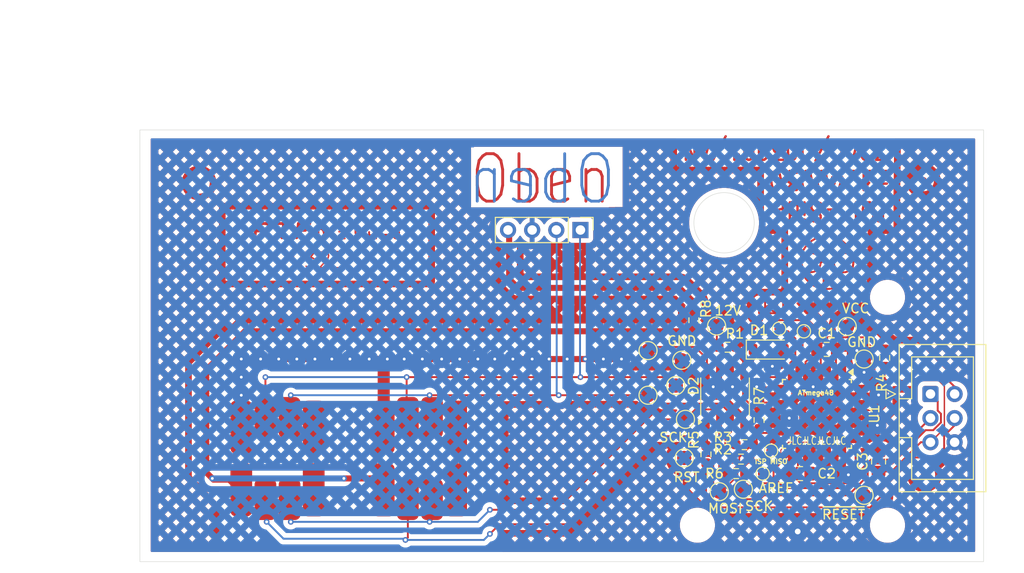
<source format=kicad_pcb>
(kicad_pcb (version 20241229) (generator "pcbnew") (generator_version "9.0")
  (layers (0 "F.Cu" signal) (2 "B.Cu" signal) (13 "F.Paste" user) (15 "B.Paste" user) (5 "F.SilkS" user "F.Silkscreen") (7 "B.SilkS" user "B.Silkscreen") (1 "F.Mask" user) (3 "B.Mask" user) (25 "Edge.Cuts" user))
  (net 0 "")
  (net 3 "GND")
  (net 4 "VCC")
  (net 7 "RST")
  (net 8 "SCK")
  (net 9 "MISO")
  (net 10 "MOSI")
  (net 11 "Net-(U1-XTAL1{slash}PB6)")
  (net 12 "Net-(U1-XTAL2{slash}PB7)")
  (net 13 "Net-(D2-I{slash}O_6)")
  (net 14 "Net-(U1-AREF)")
  (net 15 "Net-(J3-Pin_4)")
  (net 16 "ISP_RESET")
  (net 17 "ISP_MOSI")
  (net 18 "ISP_SCK")
  (net 19 "ISP_MISO")
  (net 20 "+5V")
  (footprint "Resistor_SMD:R_0603_1608Metric_Pad0.98x0.95mm_HandSolder" (layer "F.Cu") (at 116.586 61.9252 -90)
    (property "Reference" "R7")
    (property "Value" "10k")
  )
  (footprint "Resistor_SMD:R_0603_1608Metric_Pad0.98x0.95mm_HandSolder" (layer "F.Cu") (at 109.728 51.4115 -90)
    (property "Reference" "R8")
    (property "Value" "R")
  )
  (footprint "Diode_SMD:D_SOD-123" (layer "F.Cu") (at 117.602 54.5)
    (property "Reference" "D1")
    (property "Value" "500mW 4.7V")
  )
  (footprint "TestPoint:TestPoint_Pad_D1.5mm" (layer "F.Cu") (at 104.902 59.309)
    (property "Reference" "TP1" (hide yes))
    (property "Value" "MISO" (hide yes))
  )
  (footprint "TestPoint:TestPoint_Pad_D1.5mm" (layer "F.Cu") (at 125.857 52.07)
    (property "Reference" "TP16" (hide yes))
    (property "Value" "VCC")
  )
  (footprint "Resistor_SMD:R_0603_1608Metric_Pad0.98x0.95mm_HandSolder" (layer "F.Cu") (at 114.173 67.564)
    (property "Reference" "R6")
    (property "Value" "470")
  )
  (footprint "TestPoint:TestPoint_Pad_D1.0mm" (layer "F.Cu") (at 121.3 52.578)
    (property "Reference" "TP14" (hide yes))
    (property "Value" "XTAL1")
  )
  (footprint "Resistor_SMD:R_0603_1608Metric_Pad0.98x0.95mm_HandSolder" (layer "F.Cu") (at 115.062 64.516)
    (property "Reference" "R3")
    (property "Value" "470")
  )
  (footprint "Connector_PinHeader_2.54mm:PinHeader_1x04_P2.54mm_Vertical" (layer "F.Cu") (at 97.79 41.91 -90)
    (property "Reference" "J3" (hide yes))
    (property "Value" "Conn_01x04_Pin")
  )
  (footprint "TestPoint:TestPoint_Pad_D1.5mm" (layer "F.Cu") (at 127.635 69.85)
    (property "Reference" "TP13" (hide yes))
    (property "Value" "~{RESET}")
  )
  (footprint "TestPoint:TestPoint_Pad_D1.5mm" (layer "F.Cu") (at 107.823 58.293)
    (property "Reference" "TP5" (hide yes))
    (property "Value" "MOSI" (hide yes))
  )
  (footprint "TestPoint:TestPoint_Pad_D1.5mm" (layer "F.Cu") (at 104.902 54.61)
    (property "Reference" "TP7" (hide yes))
    (property "Value" "I/O6" (hide yes))
  )
  (footprint "Package_QFP:TQFP-32_7x7mm_P0.8mm" (layer "F.Cu") (at 122.676 61.282 -90)
    (property "Reference" "U1")
    (property "Value" "ATmega48")
  )
  (footprint "Fiducial:Fiducial_0.75mm_Mask2.25mm" (layer "F.Cu") (at 57.658 36.957)
    (property "Reference" "FID1" (hide yes))
    (property "Value" "Fiducial")
  )
  (footprint "MountingHole:MountingHole_3.2mm_M3" (layer "F.Cu") (at 130.1 49)
    (property "Reference" "H1" (hide yes))
    (property "Value" "MountingHole")
  )
  (footprint "MountingHole:MountingHole_3.2mm_M3" (layer "F.Cu") (at 110.1 73)
    (property "Reference" "H3" (hide yes))
    (property "Value" "MountingHole")
  )
  (footprint "Connector_IDC:IDC-Header_2x03_P2.54mm_Vertical" (layer "F.Cu") (at 134.62 59.182)
    (property "Reference" "J4" (hide yes))
    (property "Value" "Conn_02x03_Odd_Even")
  )
  (footprint "Resistor_SMD:R_0603_1608Metric_Pad0.98x0.95mm_HandSolder" (layer "F.Cu") (at 114.681 66.04)
    (property "Reference" "R2")
    (property "Value" "470")
  )
  (footprint "Resistor_SMD:R_0603_1608Metric_Pad0.98x0.95mm_HandSolder" (layer "F.Cu") (at 129.8 55.372 -90)
    (property "Reference" "R4")
    (property "Value" "470")
  )
  (footprint "Fiducial:Fiducial_0.75mm_Mask2.25mm" (layer "F.Cu") (at 133.985 67.691)
    (property "Reference" "FID3" (hide yes))
    (property "Value" "Fiducial")
  )
  (footprint "Capacitor_SMD:C_0805_2012Metric_Pad1.18x1.45mm_HandSolder" (layer "F.Cu") (at 129.159 66.294 90)
    (property "Reference" "C3")
    (property "Value" "100nF")
  )
  (footprint "TestPoint:TestPoint_Pad_D1.5mm" (layer "F.Cu") (at 108.839 61.849)
    (property "Reference" "TP9" (hide yes))
    (property "Value" "SCK")
  )
  (footprint "TestPoint:TestPoint_Pad_D1.0mm" (layer "F.Cu") (at 117.856 65.151)
    (property "Reference" "TP10" (hide yes))
    (property "Value" "ISP MISO")
  )
  (footprint "TestPoint:TestPoint_Pad_D1.5mm" (layer "F.Cu") (at 127.635 55.499)
    (property "Reference" "TP11" (hide yes))
    (property "Value" "GND")
  )
  (footprint "SIM:ZLK" (layer "F.Cu") (at 82.169 57.0845)
    (property "Reference" "J1" (hide yes))
    (property "Value" "Conn_02x04_Counter_Clockwise")
  )
  (footprint "TestPoint:TestPoint_Pad_D1.5mm" (layer "F.Cu") (at 108.458 55.626)
    (property "Reference" "TP2" (hide yes))
    (property "Value" "GND")
  )
  (footprint "TestPoint:TestPoint_Pad_D1.0mm" (layer "F.Cu") (at 118.7 52.3)
    (property "Reference" "TP15" (hide yes))
    (property "Value" "XTAL2")
  )
  (footprint "Capacitor_SMD:C_0805_2012Metric_Pad1.18x1.45mm_HandSolder" (layer "F.Cu") (at 120.904 67.564)
    (property "Reference" "C2")
    (property "Value" "100nF")
  )
  (footprint "TestPoint:TestPoint_Pad_D1.5mm" (layer "F.Cu") (at 114.935 69.215)
    (property "Reference" "TP6" (hide yes))
    (property "Value" "SCK")
  )
  (footprint "Fiducial:Fiducial_0.75mm_Mask2.25mm" (layer "F.Cu") (at 133.858 36.703)
    (property "Reference" "FID2" (hide yes))
    (property "Value" "Fiducial")
  )
  (footprint "TestPoint:TestPoint_Pad_D1.5mm" (layer "F.Cu") (at 112.395 69.469)
    (property "Reference" "TP4" (hide yes))
    (property "Value" "MOSI")
  )
  (footprint "TestPoint:TestPoint_Pad_D1.5mm" (layer "F.Cu") (at 112.1156 52.0192)
    (property "Reference" "TP8" (hide yes))
    (property "Value" "12V")
  )
  (footprint "MountingHole:MountingHole_3.2mm_M3" (layer "F.Cu") (at 130.1 73)
    (property "Reference" "H2" (hide yes))
    (property "Value" "MountingHole")
  )
  (footprint "TestPoint:TestPoint_Pad_D1.0mm" (layer "F.Cu") (at 116.967 67.564)
    (property "Reference" "TP12" (hide yes))
    (property "Value" "AREF")
  )
  (footprint "Package_SO:SO-8_3.9x4.9mm_P1.27mm" (layer "F.Cu") (at 113.0046 59.436 90)
    (property "Reference" "D2")
    (property "Value" "ESDA6V1U1")
  )
  (footprint "Resistor_SMD:R_0603_1608Metric_Pad0.98x0.95mm_HandSolder" (layer "F.Cu") (at 110.998 65.532 90)
    (property "Reference" "R5")
    (property "Value" "470")
  )
  (footprint "SIM:ZLK" (layer "F.Cu") (at 67.183 57.0845)
    (property "Reference" "J2" (hide yes))
    (property "Value" "Conn_02x04_Counter_Clockwise")
  )
  (footprint "Capacitor_SMD:C_0805_2012Metric_Pad1.18x1.45mm_HandSolder" (layer "F.Cu") (at 123.698 54.483)
    (property "Reference" "C1")
    (property "Value" "100nF")
  )
  (footprint "Resistor_SMD:R_0603_1608Metric_Pad0.98x0.95mm_HandSolder" (layer "F.Cu") (at 113.268 54.2544)
    (property "Reference" "R1")
    (property "Value" "270")
  )
  (footprint "TestPoint:TestPoint_Pad_D1.5mm" (layer "F.Cu") (at 108.712 65.913)
    (property "Reference" "TP3" (hide yes))
    (property "Value" "RST")
  )
  (gr_arc (start 124.968 46.482) (mid 123.827093 46.859583) (end 122.68947 46.472216) (stroke (width 0.2)) (layer "F.Cu"))
  (gr_circle (center 125.486206 45.339) (end 124.46 45.339) (stroke (width 0.2)) (fill no) (layer "F.Cu"))
  (gr_rect (start 116.586 49.403) (end 119.126 50.673) (stroke (width 0.2)) (fill no) (layer "F.Cu"))
  (gr_line (start 118.491 50.673) (end 118.491 49.403) (stroke (width 0.2)) (layer "F.Cu"))
  (gr_line (start 118.491 50.673) (end 117.221 50.038) (stroke (width 0.2)) (layer "F.Cu"))
  (gr_circle (center 122.057206 45.339) (end 123.063 45.339) (stroke (width 0.2)) (fill no) (layer "F.Cu"))
  (gr_line (start 125.476 44.958) (end 125.476 45.593) (stroke (width 0.2)) (layer "F.Cu"))
  (gr_arc (start 123.063 45.339001) (mid 123.760047 45.192442) (end 124.454562 45.350568) (stroke (width 0.2)) (layer "F.Cu"))
  (gr_circle (center 123.708136 45.339) (end 126.492 45.325392) (stroke (width 0.2)) (fill no) (layer "F.Cu"))
  (gr_line (start 123.825 46.863) (end 123.825 47.498) (stroke (width 0.2)) (layer "F.Cu"))
  (gr_line (start 118.491 49.403) (end 117.221 50.038) (stroke (width 0.2)) (layer "F.Cu"))
  (gr_line (start 122.047 44.958) (end 122.047 45.593) (stroke (width 0.2)) (layer "F.Cu"))
  (gr_rect (start 123.3805 46.863) (end 124.2695 47.498) (stroke (width 0.2)) (fill no) (layer "F.Cu"))
  (gr_line (start 117.221 49.403) (end 117.221 50.673) (stroke (width 0.2)) (layer "F.Cu"))
  (gr_circle (center 112.903 41.148) (end 116.078 41.148) (stroke (width 0.05)) (fill no) (layer "Edge.Cuts"))
  (gr_rect (start 51.435 31.369) (end 140.208 76.835) (stroke (width 0.05)) (fill no) (layer "Edge.Cuts"))
  (gr_text "TOP-Side" (at 130.429 38.735 180) (layer "F.Cu") (effects (font (size 2 1.7) (thickness 0.25)) (justify left bottom)))
  (gr_text "RTF" (at 62.738 42.926 0) (layer "F.Cu") (effects (font (size 1.5 2.5) (thickness 0.3) (bold yes) (italic yes)) (justify left bottom)))
  (gr_text "Oben" (at 85.979 39.497 0) (layer "F.Cu") (effects (font (size 5 4) (thickness 0.3) (bold yes)) (justify left bottom)))
  (gr_text "3240/003001/AN" (at 130.302 32.258 180) (layer "F.Cu") (effects (font (size 2 1.6) (thickness 0.25)) (justify left bottom)))
  (gr_text "0325" (at 67.183 46.101 0) (layer "F.Cu") (effects (font (size 1.7 1.5)) (justify left bottom)))
  (gr_text "D-1 94V-0" (at 69.85 42.926 0) (layer "F.Cu") (effects (font (size 1 1) (thickness 0.2) (bold yes)) (justify left bottom)))
  (gr_text "z3240030" (at 130.429 35.433 180) (layer "F.Cu") (effects (font (size 2 1.7) (thickness 0.25)) (justify left bottom)))
  (gr_text "Oben" (at 101.727 39.497 -0) (layer "B.Cu") (effects (font (size 5 4.2) (thickness 0.3) (bold yes)) (justify left bottom mirror)))
  (gr_text "JLCJLCJLCJLC" (at 119.5 64.582 0) (layer "F.SilkS") (effects (font (size 0.8 0.6) (thickness 0.1)) (justify left bottom)))
  (segment (start 116.332 59.309) (end 116.332 58.42) (width 0.2) (layer "F.Cu") (net 3))
  (segment (start 85.09 55.499) (end 86.995 55.499) (width 0.635) (layer "F.Cu") (net 3))
  (segment (start 122.276 57.032) (end 122.276 58.42) (width 0.2) (layer "F.Cu") (net 3))
  (segment (start 64.135 55.499) (end 66.04 55.499) (width 0.635) (layer "F.Cu") (net 3))
  (segment (start 129.159008 58.801008) (end 129.159008 59.282) (width 0.2) (layer "F.Cu") (net 3))
  (segment (start 129.667 60.071) (end 129.667 58.774008) (width 0.2) (layer "F.Cu") (net 3))
  (segment (start 128.778 57.785) (end 128.905 57.658) (width 0.2) (layer "F.Cu") (net 3))
  (segment (start 119.252 54.5) (end 119.252 54.61) (width 0.635) (layer "F.Cu") (net 3))
  (segment (start 71.628 55.499) (end 73.533 55.499) (width 0.635) (layer "F.Cu") (net 3))
  (segment (start 86.995 55.499) (end 88.773 55.499) (width 0.635) (layer "F.Cu") (net 3))
  (segment (start 73.533 55.499) (end 75.565 55.499) (width 0.635) (layer "F.Cu") (net 3))
  (segment (start 118.426 59.282) (end 117.194 59.282) (width 0.2) (layer "F.Cu") (net 3))
  (segment (start 126.746 54.483) (end 126.873 54.61) (width 0.2) (layer "F.Cu") (net 3))
  (segment (start 127.254 57.023) (end 127.254 57.785) (width 0.2) (layer "F.Cu") (net 3))
  (segment (start 61.849 59.309) (end 62.103004 59.309) (width 0.635) (layer "F.Cu") (net 3))
  (segment (start 129.413 57.658) (end 129.667 57.912) (width 0.2) (layer "F.Cu") (net 3))
  (segment (start 121.854 67.564) (end 121.981 67.691) (width 0.2) (layer "F.Cu") (net 3))
  (segment (start 127.635 56.896) (end 127.635 57.277) (width 0.2) (layer "F.Cu") (net 3))
  (segment (start 77.089 55.88) (end 77.47 55.499) (width 1.27) (layer "F.Cu") (net 3))
  (segment (start 129.159 62.609) (end 129.032 62.482) (width 0.2) (layer "F.Cu") (net 3))
  (segment (start 128.232 61.682) (end 129.032 62.482) (width 0.2) (layer "F.Cu") (net 3))
  (segment (start 69.85 55.499) (end 71.628 55.499) (width 0.635) (layer "F.Cu") (net 3))
  (segment (start 123.876 67.691) (end 125.984 67.691) (width 0.2) (layer "F.Cu") (net 3))
  (segment (start 124.676 54.511) (end 124.648 54.483) (width 0.2) (layer "F.Cu") (net 3))
  (segment (start 129.667 57.912) (end 129.667 58.774008) (width 0.2) (layer "F.Cu") (net 3))
  (segment (start 123.076 66.891) (end 123.876 67.691) (width 0.2) (layer "F.Cu") (net 3))
  (segment (start 119.252 54.61) (end 119.062 54.8) (width 0.635) (layer "F.Cu") (net 3))
  (segment (start 121.981 67.691) (end 123.876 67.691) (width 0.2) (layer "F.Cu") (net 3))
  (segment (start 127.635 57.277) (end 129.159008 58.801008) (width 0.2) (layer "F.Cu") (net 3))
  (segment (start 62.103 59.309004) (end 62.103004 59.309) (width 1.27) (layer "F.Cu") (net 3))
  (segment (start 67.945 55.499) (end 69.85 55.499) (width 0.635) (layer "F.Cu") (net 3))
  (segment (start 128.359008 60.082) (end 129.159008 59.282) (width 0.2) (layer "F.Cu") (net 3))
  (segment (start 129.794 63.627) (end 129.794 61.595) (width 0.2) (layer "F.Cu") (net 3))
  (segment (start 117.983 55.879) (end 117.983 56.261) (width 0.635) (layer "F.Cu") (net 3))
  (segment (start 75.565 55.499) (end 79.248 55.499) (width 0.635) (layer "F.Cu") (net 3))
  (segment (start 119.721 61.682) (end 119.761 61.722) (width 0.2) (layer "F.Cu") (net 3))
  (segment (start 110.617 58.42) (end 111.75999 58.42) (width 0.635) (layer "F.Cu") (net 3))
  (segment (start 112.3696 56.861) (end 112.3696 58.0644) (width 0.635) (layer "F.Cu") (net 3))
  (segment (start 126.926 64.082) (end 127.432 64.082) (width 0.2) (layer "F.Cu") (net 3))
  (segment (start 119.001 62.482) (end 119.761 61.722) (width 0.2) (layer "F.Cu") (net 3))
  (segment (start 125.476 65.532) (end 125.476 67.183) (width 0.2) (layer "F.Cu") (net 3))
  (segment (start 100.203 55.499) (end 102.108 55.499) (width 0.635) (layer "F.Cu") (net 3))
  (segment (start 66.04 55.499) (end 67.945 55.499) (width 0.635) (layer "F.Cu") (net 3))
  (segment (start 81.153 55.499) (end 83.185 55.499) (width 0.635) (layer "F.Cu") (net 3))
  (segment (start 62.103 55.499) (end 64.135 55.499) (width 0.635) (layer "F.Cu") (net 3))
  (segment (start 116.394 58.482) (end 116.332 58.42) (width 0.2) (layer "F.Cu") (net 3))
  (segment (start 124.676 65.532) (end 124.676 66.383) (width 0.2) (layer "F.Cu") (net 3))
  (segment (start 126.926 62.482) (end 129.032 62.482) (width 0.2) (layer "F.Cu") (net 3))
  (segment (start 96.393 55.499) (end 98.298 55.499) (width 0.635) (layer "F.Cu") (net 3))
  (segment (start 92.71 55.499) (end 94.488 55.499) (width 0.635) (layer "F.Cu") (net 3))
  (segment (start 128.359008 58.482) (end 129.159008 59.282) (width 0.2) (layer "F.Cu") (net 3))
  (segment (start 128.069 64.082) (end 128.27 63.881) (width 0.2) (layer "F.Cu") (net 3))
  (segment (start 108.585 56.388) (end 110.617 58.42) (width 0.635) (layer "F.Cu") (net 3))
  (segment (start 124.648 54.483) (end 126.238 54.483) (width 0.2) (layer "F.Cu") (net 3))
  (segment (start 125.476 55.311) (end 124.648 54.483) (width 0.2) (layer "F.Cu") (net 3))
  (segment (start 117.983 56.261) (end 118.872 56.261) (width 0.635) (layer "F.Cu") (net 3))
  (segment (start 79.248 55.499) (end 81.153 55.499) (width 0.635) (layer "F.Cu") (net 3))
  (segment (start 77.089 62.6725) (end 77.089 55.88) (width 1.27) (layer "F.Cu") (net 3))
  (segment (start 126.238 54.483) (end 126.238 56.642) (width 0.2) (layer "F.Cu") (net 3))
  (segment (start 126.926 61.682) (end 128.232 61.682) (width 0.2) (layer "F.Cu") (net 3))
  (segment (start 83.185 55.499) (end 85.09 55.499) (width 0.635) (layer "F.Cu") (net 3))
  (segment (start 118.426 60.882) (end 118.921 60.882) (width 0.2) (layer "F.Cu") (net 3))
  (segment (start 121.476 65.532) (end 121.476 67.186) (width 0.2) (layer "F.Cu") (net 3))
  (segment (start 102.997 56.388) (end 107.696 56.388) (width 0.635) (layer "F.Cu") (net 3))
  (segment (start 128.905 57.658) (end 129.413 57.658) (width 0.2) (layer "F.Cu") (net 3))
  (segment (start 98.298 55.499) (end 100.203 55.499) (width 0.635) (layer "F.Cu") (net 3))
  (segment (start 128.408 60.082) (end 128.524 60.198) (width 0.2) (layer "F.Cu") (net 3))
  (segment (start 127.635 55.499) (end 127.635 56.896) (width 0.2) (layer "F.Cu") (net 3))
  (segment (start 125.476 57.032) (end 125.476 55.311) (width 0.2) (layer "F.Cu") (net 3))
  (segment (start 123.825 55.88) (end 124.648 55.057) (width 0.2) (layer "F.Cu") (net 3))
  (segment (start 118.426 58.482) (end 116.394 58.482) (width 0.2) (layer "F.Cu") (net 3))
  (segment (start 118.426 62.482) (end 119.001 62.482) (width 0.2) (layer "F.Cu") (net 3))
  (segment (start 128.359008 60.082) (end 128.408 60.082) (width 0.2) (layer "F.Cu") (net 3))
  (segment (start 75.565 55.499) (end 77.47 55.499) (width 0.635) (layer "F.Cu") (net 3))
  (segment (start 118.921 60.882) (end 119.761 61.722) (width 0.2) (layer "F.Cu") (net 3))
  (segment (start 126.926 63.282) (end 128.232 63.282) (width 0.2) (layer "F.Cu") (net 3))
  (segment (start 127.635 55.499) (end 126.873 54.737) (width 0.2) (layer "F.Cu") (net 3))
  (segment (start 126.238 54.483) (end 126.746 54.483) (width 0.2) (layer "F.Cu") (net 3))
  (segment (start 126.926 58.482) (end 128.359008 58.482) (width 0.2) (layer "F.Cu") (net 3))
  (segment (start 112.014 58.42) (end 111.75999 58.42) (width 0.635) (layer "F.Cu") (net 3))
  (segment (start 123.876 55.931) (end 123.825 55.88) (width 0.2) (layer "F.Cu") (net 3))
  (segment (start 62.103 57.404) (end 62.103 55.499) (width 0.635) (layer "F.Cu") (net 3))
  (segment (start 128.232 63.282) (end 129.032 62.482) (width 0.2) (layer "F.Cu") (net 3))
  (segment (start 90.678 55.499) (end 92.71 55.499) (width 0.635) (layer "F.Cu") (net 3))
  (segment (start 123.876 57.032) (end 123.876 55.931) (width 0.2) (layer "F.Cu") (net 3))
  (segment (start 128.524 60.198) (end 129.54 60.198) (width 0.2) (layer "F.Cu") (net 3))
  (segment (start 107.696 56.388) (end 108.458 55.626) (width 0.635) (layer "F.Cu") (net 3))
  (segment (start 124.648 55.057) (end 124.648 54.483) (width 0.2) (layer "F.Cu") (net 3))
  (segment (start 113.792 58.42) (end 113.284 58.42) (width 0.635) (layer "F.Cu") (net 3))
  (segment (start 112.014 58.42) (end 113.284 58.42) (width 0.635) (layer "F.Cu") (net 3))
  (segment (start 124.676 57.032) (end 124.676 54.511) (width 0.2) (layer "F.Cu") (net 3))
  (segment (start 129.794 61.595) (end 128.319 61.595) (width 0.2) (layer "F.Cu") (net 3))
  (segment (start 128.27 63.881) (end 129.032 63.119) (width 0.2) (layer "F.Cu") (net 3))
  (segment (start 127.254 57.785) (end 128.778 57.785) (width 0.2) (layer "F.Cu") (net 3))
  (segment (start 94.488 55.499) (end 96.393 55.499) (width 0.635) (layer "F.Cu") (net 3))
  (segment (start 127.635 56.896) (end 128.143 56.896) (width 0.2) (layer "F.Cu") (net 3))
  (segment (start 113.6396 58.267588) (end 113.792012 58.42) (width 0.635) (layer "F.Cu") (net 3))
  (segment (start 128.319 61.595) (end 128.232 61.682) (width 0.2) (layer "F.Cu") (net 3))
  (segment (start 102.108 55.499) (end 102.997 56.388) (width 0.635) (layer "F.Cu") (net 3))
  (segment (start 121.476 67.186) (end 121.854 67.564) (width 0.2) (layer "F.Cu") (net 3))
  (segment (start 129.032 63.119) (end 129.032 62.482) (width 0.2) (layer "F.Cu") (net 3))
  (segment (start 128.143 56.896) (end 128.905 57.658) (width 0.2) (layer "F.Cu") (net 3))
  (segment (start 124.676 66.383) (end 125.984 67.691) (width 0.2) (layer "F.Cu") (net 3))
  (segment (start 119.252 54.61) (end 117.983 55.879) (width 0.635) (layer "F.Cu") (net 3))
  (segment (start 129.159 65.344) (end 129.159 62.609) (width 0.2) (layer "F.Cu") (net 3))
  (segment (start 88.773 55.499) (end 90.678 55.499) (width 0.635) (layer "F.Cu") (net 3))
  (segment (start 125.476 67.183) (end 125.984 67.691) (width 0.2) (layer "F.Cu") (net 3))
  (segment (start 123.076 65.532) (end 123.076 66.891) (width 0.2) (layer "F.Cu") (net 3))
  (segment (start 123.876 65.532) (end 123.876 67.691) (width 0.2) (layer "F.Cu") (net 3))
  (segment (start 129.667 58.774008) (end 129.159008 59.282) (width 0.2) (layer "F.Cu") (net 3))
  (segment (start 128.27 63.881) (end 129.54 63.881) (width 0.2) (layer "F.Cu") (net 3))
  (segment (start 126.873 56.642) (end 127.254 57.023) (width 0.2) (layer "F.Cu") (net 3))
  (segment (start 129.54 60.198) (end 129.667 60.071) (width 0.2) (layer "F.Cu") (net 3))
  (segment (start 126.926 60.082) (end 128.359008 60.082) (width 0.2) (layer "F.Cu") (net 3))
  (segment (start 126.238 56.642) (end 126.873 56.642) (width 0.2) (layer "F.Cu") (net 3))
  (segment (start 62.103004 59.309) (end 62.103004 57.404004) (width 0.635) (layer "F.Cu") (net 3))
  (segment (start 126.873 54.737) (end 126.873 54.61) (width 0.2) (layer "F.Cu") (net 3))
  (segment (start 127.432 64.082) (end 129.032 62.482) (width 0.2) (layer "F.Cu") (net 3))
  (segment (start 62.103004 57.404004) (end 62.103 57.404) (width 0.635) (layer "F.Cu") (net 3))
  (segment (start 118.426 60.082) (end 117.105 60.082) (width 0.2) (layer "F.Cu") (net 3))
  (segment (start 126.926 59.282) (end 129.159008 59.282) (width 0.2) (layer "F.Cu") (net 3))
  (segment (start 118.426 61.682) (end 119.721 61.682) (width 0.2) (layer "F.Cu") (net 3))
  (segment (start 113.6396 56.861) (end 113.6396 58.267588) (width 0.635) (layer "F.Cu") (net 3))
  (segment (start 129.54 63.881) (end 129.794 63.627) (width 0.2) (layer "F.Cu") (net 3))
  (segment (start 112.3696 58.0644) (end 112.014 58.42) (width 0.635) (layer "F.Cu") (net 3))
  (segment (start 126.926 64.082) (end 128.069 64.082) (width 0.2) (layer "F.Cu") (net 3))
  (segment (start 62.103 62.865) (end 62.103 59.309004) (width 1.27) (layer "F.Cu") (net 3))
  (segment (start 117.105 60.082) (end 116.332 59.309) (width 0.2) (layer "F.Cu") (net 3))
  (segment (start 117.194 59.282) (end 116.332 58.42) (width 0.2) (layer "F.Cu") (net 3))
  (via (at 123.876 67.691) (size 0.6) (drill 0.3) (layers "F.Cu" "B.Cu") (net 3))
  (via (at 90.678 55.499) (size 0.6) (drill 0.3) (layers "F.Cu" "B.Cu") (net 3))
  (via (at 120.65 73.66) (size 2) (drill 0.6) (layers "F.Cu" "B.Cu") (net 3))
  (via (at 62.103004 59.309) (size 0.6) (drill 0.3) (layers "F.Cu" "B.Cu") (net 3))
  (via (at 129.159008 59.282) (size 0.6) (drill 0.3) (layers "F.Cu" "B.Cu") (net 3))
  (via (at 92.71 55.499) (size 0.6) (drill 0.3) (layers "F.Cu" "B.Cu") (net 3))
  (via (at 81.153 55.499) (size 0.6) (drill 0.3) (layers "F.Cu" "B.Cu") (net 3))
  (via (at 126.873 54.61) (size 0.6) (drill 0.3) (layers "F.Cu" "B.Cu") (net 3))
  (via (at 125.984 67.691) (size 0.6) (drill 0.3) (layers "F.Cu" "B.Cu") (net 3))
  (via (at 98.298 55.499) (size 0.6) (drill 0.3) (layers "F.Cu" "B.Cu") (net 3))
  (via (at 117.983 56.261) (size 0.6) (drill 0.3) (layers "F.Cu" "B.Cu") (net 3))
  (via (at 113.792012 58.42) (size 0.6) (drill 0.3) (layers "F.Cu" "B.Cu") (net 3))
  (via (at 79.248 55.499) (size 0.6) (drill 0.3) (layers "F.Cu" "B.Cu") (net 3))
  (via (at 67.945 55.499) (size 0.6) (drill 0.3) (layers "F.Cu" "B.Cu") (net 3))
  (via (at 62.103 57.404) (size 0.6) (drill 0.3) (layers "F.Cu" "B.Cu") (net 3))
  (via (at 62.103 55.499) (size 0.6) (drill 0.3) (layers "F.Cu" "B.Cu") (net 3))
  (via (at 119.761 61.722) (size 0.6) (drill 0.3) (layers "F.Cu" "B.Cu") (net 3))
  (via (at 75.565 55.499) (size 0.6) (drill 0.3) (layers "F.Cu" "B.Cu") (net 3))
  (via (at 66.04 55.499) (size 0.6) (drill 0.3) (layers "F.Cu" "B.Cu") (net 3))
  (via (at 111.75999 58.42) (size 0.6) (drill 0.3) (layers "F.Cu" "B.Cu") (net 3))
  (via (at 64.135 55.499) (size 0.6) (drill 0.3) (layers "F.Cu" "B.Cu") (net 3))
  (via (at 69.85 55.499) (size 0.6) (drill 0.3) (layers "F.Cu" "B.Cu") (net 3))
  (via (at 116.332 58.42) (size 0.6) (drill 0.3) (layers "F.Cu" "B.Cu") (net 3))
  (via (at 129.032 62.482) (size 0.6) (drill 0.3) (layers "F.Cu" "B.Cu") (net 3))
  (via (at 88.773 55.499) (size 0.6) (drill 0.3) (layers "F.Cu" "B.Cu") (net 3))
  (via (at 100.203 55.499) (size 0.6) (drill 0.3) (layers "F.Cu" "B.Cu") (net 3))
  (via (at 122.276 58.42) (size 0.6) (drill 0.3) (layers "F.Cu" "B.Cu") (net 3))
  (via (at 94.488 55.499) (size 0.6) (drill 0.3) (layers "F.Cu" "B.Cu") (net 3))
  (via (at 77.47 55.499) (size 0.6) (drill 0.3) (layers "F.Cu" "B.Cu") (net 3))
  (via (at 96.393 55.499) (size 0.6) (drill 0.3) (layers "F.Cu" "B.Cu") (net 3))
  (via (at 71.628 55.499) (size 0.6) (drill 0.3) (layers "F.Cu" "B.Cu") (net 3))
  (via (at 127.635 56.896) (size 0.6) (drill 0.3) (layers "F.Cu" "B.Cu") (net 3))
  (via (at 83.185 55.499) (size 0.6) (drill 0.3) (layers "F.Cu" "B.Cu") (net 3))
  (via (at 73.533 55.499) (size 0.6) (drill 0.3) (layers "F.Cu" "B.Cu") (net 3))
  (via (at 102.108 55.499) (size 0.6) (drill 0.3) (layers "F.Cu" "B.Cu") (net 3))
  (via (at 86.995 55.499) (size 0.6) (drill 0.3) (layers "F.Cu" "B.Cu") (net 3))
  (via (at 85.09 55.499) (size 0.6) (drill 0.3) (layers "F.Cu" "B.Cu") (net 3))
  (segment (start 126.111 68.58) (end 126.746 67.945) (width 0.2) (layer "F.Cu") (net 4))
  (segment (start 114.9096 59.5376) (end 116.332 60.96) (width 0.2) (layer "F.Cu") (net 4))
  (segment (start 128.397 53.213) (end 126.111 53.213) (width 0.2) (layer "F.Cu") (net 4))
  (segment (start 125.857 53.213) (end 123.825 53.213) (width 0.2) (layer "F.Cu") (net 4))
  (segment (start 126.746 67.945) (end 126.746 65.352) (width 0.2) (layer "F.Cu") (net 4))
  (segment (start 129.8 54.4595) (end 129.5695 54.229) (width 0.2) (layer "F.Cu") (net 4))
  (segment (start 129.413 54.229) (end 128.397 53.213) (width 0.2) (layer "F.Cu") (net 4))
  (segment (start 118.145 51.4) (end 115.952 53.593) (width 0.2) (layer "F.Cu") (net 4))
  (segment (start 114.9096 55.7276) (end 114.1965 55.0145) (width 0.2) (layer "F.Cu") (net 4))
  (segment (start 120.97 68.58) (end 126.111 68.58) (width 0.2) (layer "F.Cu") (net 4))
  (segment (start 114.9096 56.861) (end 114.9096 55.7276) (width 0.2) (layer "F.Cu") (net 4))
  (segment (start 123.076 54.811) (end 122.748 54.483) (width 0.2) (layer "F.Cu") (net 4))
  (segment (start 115.952 54.482) (end 115.952 54.5) (width 0.2) (layer "F.Cu") (net 4))
  (segment (start 125.857 52.07) (end 125.984 52.197) (width 0.2) (layer "F.Cu") (net 4))
  (segment (start 121.476 57.032) (end 121.476 55.816) (width 0.2) (layer "F.Cu") (net 4))
  (segment (start 126.111 53.213) (end 125.984 53.086) (width 0.2) (layer "F.Cu") (net 4))
  (segment (start 114.1965 55.0145) (end 114.1965 54.229) (width 0.2) (layer "F.Cu") (net 4))
  (segment (start 122.748 54.29) (end 122.748 54.483) (width 0.2) (layer "F.Cu") (net 4))
  (segment (start 114.1965 54.229) (end 114.4505 53.975) (width 0.5) (layer "F.Cu") (net 4))
  (segment (start 126.746 65.352) (end 118.798 57.404) (width 0.2) (layer "F.Cu") (net 4))
  (segment (start 133.1995 54.4595) (end 129.8 54.4595) (width 0.2) (layer "F.Cu") (net 4))
  (segment (start 114.9096 56.861) (end 114.9096 59.5376) (width 0.2) (layer "F.Cu") (net 4))
  (segment (start 121.476 55.816) (end 122.748 54.544) (width 0.2) (layer "F.Cu") (net 4))
  (segment (start 119.954 67.564) (end 120.97 68.58) (width 0.2) (layer "F.Cu") (net 4))
  (segment (start 118.798 57.404) (end 117.094 57.404) (width 0.2) (layer "F.Cu") (net 4))
  (segment (start 115.317 53.975) (end 115.842 54.5) (width 0.5) (layer "F.Cu") (net 4))
  (segment (start 117.094 57.404) (end 115.952 56.262) (width 0.2) (layer "F.Cu") (net 4))
  (segment (start 114.4505 53.975) (end 115.317 53.975) (width 0.5) (layer "F.Cu") (net 4))
  (segment (start 120.676 65.532) (end 120.676 66.842) (width 0.2) (layer "F.Cu") (net 4))
  (segment (start 120.676 66.842) (end 119.954 67.564) (width 0.2) (layer "F.Cu") (net 4))
  (segment (start 129.5695 54.229) (end 129.413 54.229) (width 0.2) (layer "F.Cu") (net 4))
  (segment (start 122.748 52.39) (end 121.758 51.4) (width 0.2) (layer "F.Cu") (net 4))
  (segment (start 121.758 51.4) (end 118.145 51.4) (width 0.2) (layer "F.Cu") (net 4))
  (segment (start 122.748 54.483) (end 122.748 52.39) (width 0.2) (layer "F.Cu") (net 4))
  (segment (start 125.984 52.197) (end 125.984 53.086) (width 0.2) (layer "F.Cu") (net 4))
  (segment (start 115.952 53.593) (end 115.952 54.5) (width 0.2) (layer "F.Cu") (net 4))
  (segment (start 123.825 53.213) (end 122.748 54.29) (width 0.2) (layer "F.Cu") (net 4))
  (segment (start 115.952 56.262) (end 115.952 54.5) (width 0.2) (layer "F.Cu") (net 4))
  (segment (start 137.16 58.42) (end 133.1995 54.4595) (width 0.2) (layer "F.Cu") (net 4))
  (segment (start 115.842 54.5) (end 115.952 54.5) (width 0.5) (layer "F.Cu") (net 4))
  (segment (start 125.984 53.086) (end 125.857 53.213) (width 0.2) (layer "F.Cu") (net 4))
  (segment (start 123.076 57.032) (end 123.076 54.811) (width 0.2) (layer "F.Cu") (net 4))
  (segment (start 122.748 54.544) (end 122.748 54.483) (width 0.2) (layer "F.Cu") (net 4))
  (segment (start 109.347 63.627) (end 105.537 63.627) (width 0.2) (layer "F.Cu") (net 7))
  (segment (start 64.643 70.2925) (end 64.643 72.517) (width 0.2) (layer "F.Cu") (net 7))
  (segment (start 96.266 72.898) (end 89.281 72.898) (width 0.2) (layer "F.Cu") (net 7))
  (segment (start 79.629 70.2925) (end 79.629 74.295) (width 0.2) (layer "F.Cu") (net 7))
  (segment (start 79.629 74.295) (end 79.375 74.549) (width 0.2) (layer "F.Cu") (net 7))
  (segment (start 111.125 63.5) (end 111.125 64.4925) (width 0.2) (layer "F.Cu") (net 7))
  (segment (start 110.109 62.865) (end 109.347 63.627) (width 0.2) (layer "F.Cu") (net 7))
  (segment (start 108.712 65.913) (end 108.7755 65.913) (width 0.2) (layer "F.Cu") (net 7))
  (segment (start 89.281 72.898) (end 88.265 73.914) (width 0.2) (layer "F.Cu") (net 7))
  (segment (start 111.125 63.5) (end 111.125 62.992) (width 0.2) (layer "F.Cu") (net 7))
  (segment (start 108.7755 65.913) (end 110.069 64.6195) (width 0.2) (layer "F.Cu") (net 7))
  (segment (start 110.069 64.6195) (end 110.998 64.6195) (width 0.2) (layer "F.Cu") (net 7))
  (segment (start 111.125 62.992) (end 110.998 62.865) (width 0.2) (layer "F.Cu") (net 7))
  (segment (start 111.125 63.5) (end 111.125 62.0364) (width 0.2) (layer "F.Cu") (net 7))
  (segment (start 110.998 62.865) (end 110.109 62.865) (width 0.2) (layer "F.Cu") (net 7))
  (segment (start 111.125 64.4925) (end 110.998 64.6195) (width 0.2) (layer "F.Cu") (net 7))
  (segment (start 64.643 72.517) (end 64.77 72.644) (width 0.2) (layer "F.Cu") (net 7))
  (segment (start 105.537 63.627) (end 96.266 72.898) (width 0.2) (layer "F.Cu") (net 7))
  (segment (start 111.125 62.0364) (end 111.0996 62.011) (width 0.2) (layer "F.Cu") (net 7))
  (via (at 79.375 74.549) (size 0.6) (drill 0.3) (layers "F.Cu" "B.Cu") (net 7))
  (via (at 88.265 73.914) (size 0.6) (drill 0.3) (layers "F.Cu" "B.Cu") (net 7))
  (via (at 64.77 72.644) (size 0.6) (drill 0.3) (layers "F.Cu" "B.Cu") (net 7))
  (segment (start 79.375 74.549) (end 79.248 74.422) (width 0.2) (layer "B.Cu") (net 7))
  (segment (start 87.63 74.549) (end 88.265 73.914) (width 0.2) (layer "B.Cu") (net 7))
  (segment (start 79.248 74.422) (end 66.548 74.422) (width 0.2) (layer "B.Cu") (net 7))
  (segment (start 66.548 74.422) (end 64.77 72.644) (width 0.2) (layer "B.Cu") (net 7))
  (segment (start 79.375 74.549) (end 87.63 74.549) (width 0.2) (layer "B.Cu") (net 7))
  (segment (start 112.395 67.056) (end 112.395 62.0364) (width 0.2) (layer "F.Cu") (net 8))
  (segment (start 113.2605 67.818) (end 113.157 67.818) (width 0.2) (layer "F.Cu") (net 8))
  (segment (start 82.169 70.2925) (end 82.169 72.39) (width 0.2) (layer "F.Cu") (net 8))
  (segment (start 109.887 60.801) (end 111.855 60.801) (width 0.2) (layer "F.Cu") (net 8))
  (segment (start 108.839 61.849) (end 109.887 60.801) (width 0.2) (layer "F.Cu") (net 8))
  (segment (start 108.839 61.849) (end 105.791 61.849) (width 0.2) (layer "F.Cu") (net 8))
  (segment (start 112.3696 61.3156) (end 112.3696 62.011) (width 0.2) (layer "F.Cu") (net 8))
  (segment (start 67.183 70.2925) (end 67.183 72.517) (width 0.2) (layer "F.Cu") (net 8))
  (segment (start 111.855 60.801) (end 112.3696 61.3156) (width 0.2) (layer "F.Cu") (net 8))
  (segment (start 82.169 72.39) (end 81.915 72.644) (width 0.2) (layer "F.Cu") (net 8))
  (segment (start 96.266 71.374) (end 88.265 71.374) (width 0.2) (layer "F.Cu") (net 8))
  (segment (start 105.791 61.849) (end 96.266 71.374) (width 0.2) (layer "F.Cu") (net 8))
  (segment (start 112.395 62.0364) (end 112.3696 62.011) (width 0.2) (layer "F.Cu") (net 8))
  (segment (start 67.183 72.517) (end 67.31 72.644) (width 0.2) (layer "F.Cu") (net 8))
  (segment (start 113.157 67.818) (end 112.395 67.056) (width 0.2) (layer "F.Cu") (net 8))
  (via (at 67.31 72.644) (size 0.6) (drill 0.3) (layers "F.Cu" "B.Cu") (net 8))
  (via (at 88.265 71.374) (size 0.6) (drill 0.3) (layers "F.Cu" "B.Cu") (net 8))
  (via (at 81.915 72.644) (size 0.6) (drill 0.3) (layers "F.Cu" "B.Cu") (net 8))
  (segment (start 81.915 72.644) (end 86.995 72.644) (width 0.2) (layer "B.Cu") (net 8))
  (segment (start 86.995 72.644) (end 88.265 71.374) (width 0.2) (layer "B.Cu") (net 8))
  (segment (start 67.31 72.644) (end 81.915 72.644) (width 0.2) (layer "B.Cu") (net 8))
  (segment (start 113.6396 63.1444) (end 113.6396 62.011) (width 0.2) (layer "F.Cu") (net 9))
  (segment (start 106.426 60.198) (end 112.522 60.198) (width 0.2) (layer "F.Cu") (net 9))
  (segment (start 113.03 63.754) (end 113.6396 63.1444) (width 0.2) (layer "F.Cu") (net 9))
  (segment (start 113.7685 66.167) (end 113.03 65.4285) (width 0.2) (layer "F.Cu") (net 9))
  (segment (start 81.915 61.4025) (end 81.915 59.309) (width 0.2) (layer "F.Cu") (net 9))
  (segment (start 113.6396 61.3156) (end 113.6396 62.011) (width 0.2) (layer "F.Cu") (net 9))
  (segment (start 104.902 59.309) (end 105.537 59.309) (width 0.2) (layer "F.Cu") (net 9))
  (segment (start 113.03 65.4285) (end 113.03 63.754) (width 0.2) (layer "F.Cu") (net 9))
  (segment (start 95.504 59.309) (end 104.902 59.309) (width 0.2) (layer "F.Cu") (net 9))
  (segment (start 112.522 60.198) (end 113.6396 61.3156) (width 0.2) (layer "F.Cu") (net 9))
  (segment (start 67.183 61.6565) (end 67.183 59.436) (width 0.2) (layer "F.Cu") (net 9))
  (segment (start 67.183 59.436) (end 67.31 59.309) (width 0.2) (layer "F.Cu") (net 9))
  (segment (start 82.169 61.6565) (end 81.915 61.4025) (width 0.2) (layer "F.Cu") (net 9))
  (segment (start 81.915 59.309) (end 95.504 59.309) (width 0.2) (layer "F.Cu") (net 9))
  (segment (start 105.537 59.309) (end 106.426 60.198) (width 0.2) (layer "F.Cu") (net 9))
  (via (at 81.915 59.309) (size 0.6) (drill 0.3) (layers "F.Cu" "B.Cu") (net 9))
  (via (at 67.31 59.309) (size 0.6) (drill 0.3) (layers "F.Cu" "B.Cu") (net 9))
  (via (at 95.504 59.309) (size 0.6) (drill 0.3) (layers "F.Cu" "B.Cu") (net 9))
  (segment (start 81.915 59.309) (end 67.31 59.309) (width 0.2) (layer "B.Cu") (net 9))
  (segment (start 95.29 59.095) (end 95.504 59.309) (width 0.2) (layer "B.Cu") (net 9))
  (segment (start 95.29 41.91) (end 95.29 59.095) (width 0.2) (layer "B.Cu") (net 9))
  (segment (start 113.999 64.309) (end 114.9096 63.3984) (width 0.2) (layer "F.Cu") (net 10))
  (segment (start 114.9096 61.319824) (end 114.9096 62.011) (width 0.2) (layer "F.Cu") (net 10))
  (segment (start 79.629 61.6565) (end 79.502 61.5295) (width 0.2) (layer "F.Cu") (net 10))
  (segment (start 64.643 61.6565) (end 64.643 57.404) (width 0.2) (layer "F.Cu") (net 10))
  (segment (start 97.79 57.404) (end 106.934 57.404) (width 0.2) (layer "F.Cu") (net 10))
  (segment (start 106.934 57.404) (end 107.823 58.293) (width 0.2) (layer "F.Cu") (net 10))
  (segment (start 114.9096 63.3984) (end 114.9096 62.011) (width 0.2) (layer "F.Cu") (net 10))
  (segment (start 113.279776 59.69) (end 114.9096 61.319824) (width 0.2) (layer "F.Cu") (net 10))
  (segment (start 107.823 58.293) (end 109.22 59.69) (width 0.2) (layer "F.Cu") (net 10))
  (segment (start 109.22 59.69) (end 113.279776 59.69) (width 0.2) (layer "F.Cu") (net 10))
  (segment (start 113.999 64.897) (end 113.999 64.309) (width 0.2) (layer "F.Cu") (net 10))
  (segment (start 79.502 57.404) (end 97.79 57.404) (width 0.2) (layer "F.Cu") (net 10))
  (segment (start 79.502 61.5295) (end 79.502 57.404) (width 0.2) (layer "F.Cu") (net 10))
  (via (at 64.643 57.404) (size 0.6) (drill 0.3) (layers "F.Cu" "B.Cu") (net 10))
  (via (at 79.502 57.404) (size 0.6) (drill 0.3) (layers "F.Cu" "B.Cu") (net 10))
  (via (at 97.79 57.404) (size 0.6) (drill 0.3) (layers "F.Cu" "B.Cu") (net 10))
  (segment (start 97.79 41.91) (end 97.747 41.953) (width 0.2) (layer "B.Cu") (net 10))
  (segment (start 97.747 41.953) (end 97.747 57.361) (width 0.2) (layer "B.Cu") (net 10))
  (segment (start 64.643 57.404) (end 79.502 57.404) (width 0.2) (layer "B.Cu") (net 10))
  (segment (start 97.747 57.361) (end 97.79 57.404) (width 0.2) (layer "B.Cu") (net 10))
  (segment (start 121.158 52.832) (end 121.3 52.69) (width 0.2) (layer "F.Cu") (net 11))
  (segment (start 121.3 52.69) (end 121.3 52.578) (width 0.2) (layer "F.Cu") (net 11))
  (segment (start 120.676 55.854) (end 121.158 55.372) (width 0.2) (layer "F.Cu") (net 11))
  (segment (start 120.676 57.032) (end 120.676 55.854) (width 0.2) (layer "F.Cu") (net 11))
  (segment (start 121.158 55.372) (end 121.158 52.832) (width 0.2) (layer "F.Cu") (net 11))
  (segment (start 118.7 52.3) (end 118.7 52.482) (width 0.2) (layer "F.Cu") (net 12))
  (segment (start 120.396 55.372) (end 119.876 55.892) (width 0.2) (layer "F.Cu") (net 12))
  (segment (start 118.796 52.578) (end 119.634 52.578) (width 0.2) (layer "F.Cu") (net 12))
  (segment (start 119.634 52.578) (end 120.396 53.34) (width 0.2) (layer "F.Cu") (net 12))
  (segment (start 118.7 52.482) (end 118.796 52.578) (width 0.2) (layer "F.Cu") (net 12))
  (segment (start 120.396 53.34) (end 120.396 55.372) (width 0.2) (layer "F.Cu") (net 12))
  (segment (start 119.876 55.892) (end 119.876 57.032) (width 0.2) (layer "F.Cu") (net 12))
  (segment (start 111.0996 55.4736) (end 109.855 54.229) (width 0.2) (layer "F.Cu") (net 13))
  (segment (start 111.0996 56.861) (end 111.0996 55.4736) (width 0.2) (layer "F.Cu") (net 13))
  (segment (start 105.283 54.229) (end 104.902 54.61) (width 0.2) (layer "F.Cu") (net 13))
  (segment (start 109.855 54.229) (end 105.283 54.229) (width 0.2) (layer "F.Cu") (net 13))
  (segment (start 122.047 64.262) (end 119.696 64.262) (width 0.1) (layer "F.Cu") (net 14))
  (segment (start 118.872 65.086) (end 118.872 65.532) (width 0.1) (layer "F.Cu") (net 14))
  (segment (start 122.276 65.532) (end 122.276 64.491) (width 0.1) (layer "F.Cu") (net 14))
  (segment (start 117.094 67.564) (end 118.872 65.786) (width 0.2) (layer "F.Cu") (net 14))
  (segment (start 122.276 64.491) (end 122.047 64.262) (width 0.1) (layer "F.Cu") (net 14))
  (segment (start 119.696 64.262) (end 118.872 65.086) (width 0.1) (layer "F.Cu") (net 14))
  (segment (start 118.872 65.786) (end 118.872 65.532) (width 0.2) (layer "F.Cu") (net 14))
  (segment (start 116.967 67.564) (end 117.094 67.564) (width 0.2) (layer "F.Cu") (net 14))
  (segment (start 108.204 48.006) (end 109.728 49.53) (width 0.635) (layer "F.Cu") (net 15))
  (segment (start 109.728 49.53) (end 109.728 50.499) (width 0.635) (layer "F.Cu") (net 15))
  (segment (start 91.219 48.006) (end 108.204 48.006) (width 0.635) (layer "F.Cu") (net 15))
  (segment (start 90.29 47.077) (end 91.219 48.006) (width 0.635) (layer "F.Cu") (net 15))
  (segment (start 90.29 41.91) (end 90.29 47.077) (width 0.635) (layer "F.Cu") (net 15))
  (segment (start 135.490611 57.766611) (end 130.018 57.766611) (width 0.15) (layer "F.Cu") (net 16))
  (segment (start 126.926 60.882) (end 129.462 60.882) (width 0.2) (layer "F.Cu") (net 16))
  (segment (start 130.018 60.326) (end 130.018 57.766611) (width 0.2) (layer "F.Cu") (net 16))
  (segment (start 110.998 69.596) (end 112.014 70.612) (width 0.2) (layer "F.Cu") (net 16))
  (segment (start 129.159 67.3315) (end 130.5345 67.3315) (width 0.2) (layer "F.Cu") (net 16))
  (segment (start 129.606 67.244) (end 129.159 67.244) (width 0.2) (layer "F.Cu") (net 16))
  (segment (start 128.27 69.85) (end 127.508 69.088) (width 0.2) (layer "F.Cu") (net 16))
  (segment (start 129.159 67.437) (end 129.159 67.244) (width 0.2) (layer "F.Cu") (net 16))
  (segment (start 136.084 62.798) (end 134.62 64.262) (width 0.15) (layer "F.Cu") (net 16))
  (segment (start 127.508 69.088) (end 129.159 67.437) (width 0.2) (layer "F.Cu") (net 16))
  (segment (start 112.014 70.612) (end 125.984 70.612) (width 0.2) (layer "F.Cu") (net 16))
  (segment (start 130.5345 67.3315) (end 133.604 64.262) (width 0.2) (layer "F.Cu") (net 16))
  (segment (start 129.462 60.882) (end 130.018 60.326) (width 0.2) (layer "F.Cu") (net 16))
  (segment (start 129.8 57.548611) (end 129.8 56.2845) (width 0.2) (layer "F.Cu") (net 16))
  (segment (start 110.998 66.4445) (end 110.998 69.596) (width 0.2) (layer "F.Cu") (net 16))
  (segment (start 136.084 58.36) (end 136.084 62.798) (width 0.15) (layer "F.Cu") (net 16))
  (segment (start 125.984 70.612) (end 127.508 69.088) (width 0.2) (layer "F.Cu") (net 16))
  (segment (start 130.018 57.766611) (end 129.8 57.548611) (width 0.2) (layer "F.Cu") (net 16))
  (segment (start 135.490611 57.766611) (end 136.084 58.36) (width 0.15) (layer "F.Cu") (net 16))
  (segment (start 133.604 64.262) (end 134.62 64.262) (width 0.2) (layer "F.Cu") (net 16))
  (segment (start 112.395 69.469) (end 112.395 69.342) (width 0.2) (layer "F.Cu") (net 17))
  (segment (start 129.396475 69.993525) (end 129.396475 69.358525) (width 0.2) (layer "F.Cu") (net 17))
  (segment (start 111.76 66.021576) (end 111.444424 65.706) (width 0.2) (layer "F.Cu") (net 17))
  (segment (start 112.025612 71.12) (end 128.27 71.12) (width 0.2) (layer "F.Cu") (net 17))
  (segment (start 112.649 69.215) (end 112.395 69.469) (width 0.175) (layer "F.Cu") (net 17))
  (segment (start 109.855 66.402576) (end 109.855 68.949388) (width 0.2) (layer "F.Cu") (net 17))
  (segment (start 116.332 64.389) (end 116.332 62.8885) (width 0.2) (layer "F.Cu") (net 17))
  (segment (start 111.76 68.707) (end 111.76 66.021576) (width 0.2) (layer "F.Cu") (net 17))
  (segment (start 111.444424 65.706) (end 110.551576 65.706) (width 0.2) (layer "F.Cu") (net 17))
  (segment (start 112.903 69.215) (end 112.649 69.215) (width 0.175) (layer "F.Cu") (net 17))
  (segment (start 137.16 62.484) (end 137.16 61.722) (width 0.2) (layer "F.Cu") (net 17))
  (segment (start 110.551576 65.706) (end 109.855 66.402576) (width 0.2) (layer "F.Cu") (net 17))
  (segment (start 129.396475 69.358525) (end 132.888975 65.866025) (width 0.2) (layer "F.Cu") (net 17))
  (segment (start 116.7255 63.282) (end 116.332 62.8885) (width 0.2) (layer "F.Cu") (net 17))
  (segment (start 110.852611 69.947) (end 111.409 70.503388) (width 0.2) (layer "F.Cu") (net 17))
  (segment (start 114.507 65.826966) (end 114.507 66.486424) (width 0.175) (layer "F.Cu") (net 17))
  (segment (start 115.670244 64.516) (end 115.9745 64.516) (width 0.2) (layer "F.Cu") (net 17))
  (segment (start 135.081025 65.866025) (end 136.059 64.88805) (width 0.2) (layer "F.Cu") (net 17))
  (segment (start 114.507 66.486424) (end 113.9865 67.006924) (width 0.175) (layer "F.Cu") (net 17))
  (segment (start 113.9865 67.006924) (end 113.9865 68.1315) (width 0.175) (layer "F.Cu") (net 17))
  (segment (start 109.855 68.949388) (end 110.852611 69.947) (width 0.2) (layer "F.Cu") (net 17))
  (segment (start 115.824 64.897) (end 116.332 64.389) (width 0.2) (layer "F.Cu") (net 17))
  (segment (start 111.409 70.503388) (end 111.614611 70.709) (width 0.2) (layer "F.Cu") (net 17))
  (segment (start 112.395 69.342) (end 111.76 68.707) (width 0.2) (layer "F.Cu") (net 17))
  (segment (start 111.614611 70.709) (end 112.025612 71.12) (width 0.2) (layer "F.Cu") (net 17))
  (segment (start 136.059 63.585) (end 137.16 62.484) (width 0.2) (layer "F.Cu") (net 17))
  (segment (start 118.426 63.282) (end 116.7255 63.282) (width 0.2) (layer "F.Cu") (net 17))
  (segment (start 113.9865 68.1315) (end 112.903 69.215) (width 0.175) (layer "F.Cu") (net 17))
  (segment (start 136.059 64.88805) (end 136.059 63.585) (width 0.2) (layer "F.Cu") (net 17))
  (segment (start 128.27 71.12) (end 129.396475 69.993525) (width 0.2) (layer "F.Cu") (net 17))
  (segment (start 132.888975 65.866025) (end 135.081025 65.866025) (width 0.2) (layer "F.Cu") (net 17))
  (segment (start 114.507 65.826966) (end 115.817966 64.516) (width 0.2) (layer "F.Cu") (net 17))
  (segment (start 115.817966 64.516) (end 115.9745 64.516) (width 0.2) (layer "F.Cu") (net 17))
  (segment (start 117.729 68.58) (end 116.205 68.58) (width 0.2) (layer "F.Cu") (net 18))
  (segment (start 130.247 66.095) (end 134.62 61.722) (width 0.2) (layer "F.Cu") (net 18))
  (segment (start 118.11 67.945) (end 119.253 69.088) (width 0.2) (layer "F.Cu") (net 18))
  (segment (start 119.761 65.532) (end 118.11 67.183) (width 0.2) (layer "F.Cu") (net 18))
  (segment (start 128.371164 66.095) (end 130.247 66.095) (width 0.2) (layer "F.Cu") (net 18))
  (segment (start 126.232194 69.088) (end 127.124097 68.196097) (width 0.2) (layer "F.Cu") (net 18))
  (segment (start 119.876 65.532) (end 119.761 65.532) (width 0.2) (layer "F.Cu") (net 18))
  (segment (start 118.11 68.199) (end 117.729 68.58) (width 0.2) (layer "F.Cu") (net 18))
  (segment (start 116.205 68.58) (end 115.443 67.818) (width 0.2) (layer "F.Cu") (net 18))
  (segment (start 115.0855 67.818) (end 115.0855 69.0645) (width 0.2) (layer "F.Cu") (net 18))
  (segment (start 127.124097 67.342067) (end 128.371164 66.095) (width 0.2) (layer "F.Cu") (net 18))
  (segment (start 118.11 67.183) (end 118.11 67.945) (width 0.2) (layer "F.Cu") (net 18))
  (segment (start 119.253 69.088) (end 126.232194 69.088) (width 0.2) (layer "F.Cu") (net 18))
  (segment (start 118.11 67.945) (end 118.11 68.199) (width 0.2) (layer "F.Cu") (net 18))
  (segment (start 115.0855 69.0645) (end 114.935 69.215) (width 0.2) (layer "F.Cu") (net 18))
  (segment (start 127.124097 68.196097) (end 127.124097 67.342067) (width 0.2) (layer "F.Cu") (net 18))
  (segment (start 115.443 67.818) (end 115.0855 67.818) (width 0.2) (layer "F.Cu") (net 18))
  (segment (start 135.721 61.26595) (end 135.382 60.92695) (width 0.2) (layer "F.Cu") (net 19))
  (segment (start 114.680254 66.802) (end 114.3125 67.169754) (width 0.175) (layer "F.Cu") (net 19))
  (segment (start 135.07605 62.823) (end 135.382 62.51705) (width 0.2) (layer "F.Cu") (net 19))
  (segment (start 117.094 69.85) (end 116.683 70.261) (width 0.2) (layer "F.Cu") (net 19))
  (segment (start 117.856 64.652) (end 118.426 64.082) (width 0.2) (layer "F.Cu") (net 19))
  (segment (start 128.469552 66.493) (end 128.469276 66.493276) (width 0.2) (layer "F.Cu") (net 19))
  (segment (start 135.721 62.17805) (end 135.721 61.26595) (width 0.2) (layer "F.Cu") (net 19))
  (segment (start 116.84 66.167) (end 117.856 65.151) (width 0.2) (layer "F.Cu") (net 19))
  (segment (start 125.966583 69.85) (end 117.094 69.85) (width 0.2) (layer "F.Cu") (net 19))
  (segment (start 115.5935 66.167) (end 116.84 66.167) (width 0.2) (layer "F.Cu") (net 19))
  (segment (start 134.90705 62.992) (end 135.07605 62.823) (width 0.2) (layer "F.Cu") (net 19))
  (segment (start 114.3125 67.169754) (end 114.3125 68.439549) (width 0.175) (layer "F.Cu") (net 19))
  (segment (start 128.469276 66.493276) (end 128.016 66.946552) (width 0.2) (layer "F.Cu") (net 19))
  (segment (start 128.016 66.946552) (end 128.016 67.800583) (width 0.2) (layer "F.Cu") (net 19))
  (segment (start 128.469276 66.493276) (end 130.610724 66.493276) (width 0.2) (layer "F.Cu") (net 19))
  (segment (start 113.9465 69.8105) (end 114.397 70.261) (width 0.175) (layer "F.Cu") (net 19))
  (segment (start 117.856 65.151) (end 117.856 64.652) (width 0.2) (layer "F.Cu") (net 19))
  (segment (start 135.382 60.92695) (end 135.382 59.944) (width 0.2) (layer "F.Cu") (net 19))
  (segment (start 135.382 62.51705) (end 135.721 62.17805) (width 0.2) (layer "F.Cu") (net 19))
  (segment (start 113.9465 68.805549) (end 113.9465 69.8105) (width 0.175) (layer "F.Cu") (net 19))
  (segment (start 126.377583 69.439) (end 125.966583 69.85) (width 0.2) (layer "F.Cu") (net 19))
  (segment (start 134.112 62.992) (end 134.90705 62.992) (width 0.2) (layer "F.Cu") (net 19))
  (segment (start 127.269486 68.547097) (end 127.269485 68.547097) (width 0.2) (layer "F.Cu") (net 19))
  (segment (start 128.016 67.800583) (end 127.269486 68.547097) (width 0.2) (layer "F.Cu") (net 19))
  (segment (start 135.382 59.944) (end 134.62 59.182) (width 0.2) (layer "F.Cu") (net 19))
  (segment (start 116.683 70.261) (end 114.397 70.261) (width 0.2) (layer "F.Cu") (net 19))
  (segment (start 114.3125 68.439549) (end 113.9465 68.805549) (width 0.175) (layer "F.Cu") (net 19))
  (segment (start 130.610724 66.493276) (end 134.112 62.992) (width 0.2) (layer "F.Cu") (net 19))
  (segment (start 115.5935 66.2705) (end 115.062 66.802) (width 0.175) (layer "F.Cu") (net 19))
  (segment (start 115.062 66.802) (end 114.680254 66.802) (width 0.175) (layer "F.Cu") (net 19))
  (segment (start 115.5935 66.04) (end 115.5935 66.2705) (width 0.2) (layer "F.Cu") (net 19))
  (segment (start 127.269485 68.547097) (end 126.377583 69.439) (width 0.2) (layer "F.Cu") (net 19))
  (segment (start 112.141 52.07) (end 112.141 53.9985) (width 0.2) (layer "F.Cu") (net 20))
  (segment (start 77.089 69.342) (end 75.819 68.072) (width 0.635) (layer "F.Cu") (net 20))
  (segment (start 90.17 52.578) (end 62.484 52.578) (width 0.635) (layer "F.Cu") (net 20))
  (segment (start 60.833 68.199) (end 59.182008 68.199) (width 0.635) (layer "F.Cu") (net 20))
  (segment (start 59.182008 68.199) (end 59.055 68.071992) (width 0.635) (layer "F.Cu") (net 20))
  (segment (start 112.3715 54.229) (end 110.7205 52.578) (width 0.635) (layer "F.Cu") (net 20))
  (segment (start 75.819 68.072) (end 72.898002 68.072) (width 0.635) (layer "F.Cu") (net 20))
  (segment (start 58.42 56.642) (end 58.42 67.436992) (width 0.635) (layer "F.Cu") (net 20))
  (segment (start 58.42 67.436992) (end 59.055 68.071992) (width 0.635) (layer "F.Cu") (net 20))
  (segment (start 62.484 52.578) (end 58.42 56.642) (width 0.635) (layer "F.Cu") (net 20))
  (segment (start 62.103 69.469) (end 60.833 68.199) (width 0.635) (layer "F.Cu") (net 20))
  (segment (start 110.7205 52.578) (end 90.17 52.578) (width 0.635) (layer "F.Cu") (net 20))
  (segment (start 112.141 53.9985) (end 112.3715 54.229) (width 0.2) (layer "F.Cu") (net 20))
  (via (at 59.055 68.071992) (size 0.6) (drill 0.3) (layers "F.Cu" "B.Cu") (net 20))
  (via (at 72.898002 68.072) (size 0.6) (drill 0.3) (layers "F.Cu" "B.Cu") (net 20))
  (segment (start 59.055008 68.072) (end 59.055 68.071992) (width 0.635) (layer "B.Cu") (net 20))
  (segment (start 72.898002 68.072) (end 59.055008 68.072) (width 0.635) (layer "B.Cu") (net 20))
  (zone (net 0) (net_name "") (layer "F.Cu") (connect_pads (clearance 0)) (min_thickness 0.25)
    (keepout (tracks allowed) (vias allowed) (pads allowed) (copperpour not_allowed) (footprints allowed))
    (fill (mode hatch) (thermal_gap 0.5) (thermal_bridge_width 0.5) (hatch_thickness 0.5) (hatch_gap 1) (hatch_orientation 45) (hatch_border_algorithm hatch_thickness) (hatch_min_hole_area 0.3))
    (polygon (pts (xy 107.95 32.258) (xy 107.95 35.179) (xy 117.094 35.179) (xy 117.094 41.529) (xy 119.634 41.529) (xy 119.634 48.26) (xy 111.252 58.293) (xy 128.27 58.293) (xy 120.396 49.53) (xy 127.889 49.53) (xy 128.016 41.529) (xy 130.683 41.529) (xy 130.81 32.385)))
  )
  (zone (net 0) (net_name "") (layer "F.Cu") (connect_pads (clearance 0)) (min_thickness 0.25)
    (keepout (tracks allowed) (vias allowed) (pads allowed) (copperpour not_allowed) (footprints allowed))
    (fill (mode hatch) (thermal_gap 0.5) (thermal_bridge_width 0.5) (hatch_thickness 0.5) (hatch_gap 1) (hatch_orientation 45) (hatch_border_algorithm hatch_thickness) (hatch_min_hole_area 0.3))
    (polygon (pts (xy 89.535 76.835) (xy 89.535 59.944) (xy 117.475 59.69) (xy 117.475 52.705) (xy 60.198 52.705) (xy 56.896 56.007) (xy 56.896 67.818) (xy 59.817 70.866) (xy 59.817 76.835)))
  )
  (zone (net 0) (net_name "") (layer "F.Cu") (connect_pads (clearance 0)) (min_thickness 0.25)
    (keepout (tracks not_allowed) (vias not_allowed) (pads not_allowed) (copperpour not_allowed) (footprints allowed))
    (fill (mode hatch) (thermal_gap 0.5) (thermal_bridge_width 0.5) (hatch_thickness 0.5) (hatch_gap 1) (hatch_orientation 45) (hatch_border_algorithm hatch_thickness) (hatch_min_hole_area 0.3))
    (polygon (pts (xy 60.452 39.751) (xy 81.788 39.751) (xy 81.788 47.244) (xy 60.452 47.244)))
  )
  (zone (net 4) (net_name "VCC") (layer "F.Cu") (priority 1) (connect_pads (clearance 0.75)) (min_thickness 0.25) (fill yes (mode hatch) (thermal_gap 0.5) (thermal_bridge_width 0.5) (hatch_thickness 0.5) (hatch_gap 0.75) (hatch_orientation 45) (hatch_border_algorithm hatch_thickness) (hatch_min_hole_area 0.3))
    (polygon (pts (xy 119.38 58.42) (xy 125.603 58.42) (xy 125.603 64.389) (xy 119.38 64.389)))
  )
  (zone (net 3) (net_name "GND") (layers "F.Cu" "B.Cu") (connect_pads (clearance 0.5)) (min_thickness 0.2) (fill yes (mode hatch) (thermal_gap 0.5) (thermal_bridge_width 0.5) (island_removal_mode 2) (island_area_min 10) (hatch_thickness 0.7) (hatch_gap 0.5) (hatch_orientation 45) (hatch_border_algorithm hatch_thickness) (hatch_min_hole_area 0.3))
    (polygon (pts (xy 52.578 32.258) (xy 52.578 75.819) (xy 139.319 75.819) (xy 139.319 32.258)))
  )
  (zone (net 0) (net_name "") (layers "F.Cu" "B.Cu") (connect_pads (clearance 0)) (min_thickness 0.25)
    (keepout (tracks not_allowed) (vias not_allowed) (pads not_allowed) (copperpour not_allowed) (footprints allowed))
    (fill (mode hatch) (thermal_gap 0.5) (thermal_bridge_width 0.5) (hatch_thickness 0.5) (hatch_gap 1) (hatch_orientation 45) (hatch_border_algorithm hatch_thickness) (hatch_min_hole_area 0.3))
    (polygon (pts (xy 86.614 33.147) (xy 86.614 39.497) (xy 102.235 39.497) (xy 102.235 33.147)))
  )
)
</source>
